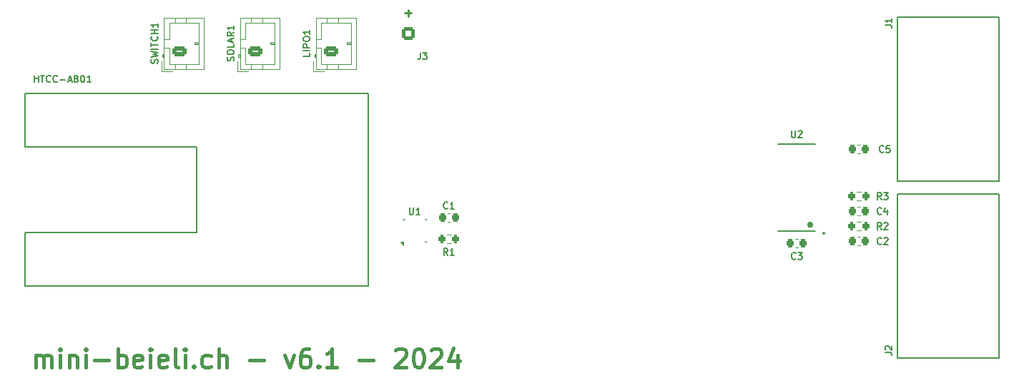
<source format=gbr>
%TF.GenerationSoftware,KiCad,Pcbnew,8.0.4*%
%TF.CreationDate,2024-07-19T16:17:39+02:00*%
%TF.ProjectId,mini-beieli-pcb-cubecell,6d696e69-2d62-4656-9965-6c692d706362,rev?*%
%TF.SameCoordinates,Original*%
%TF.FileFunction,Legend,Top*%
%TF.FilePolarity,Positive*%
%FSLAX46Y46*%
G04 Gerber Fmt 4.6, Leading zero omitted, Abs format (unit mm)*
G04 Created by KiCad (PCBNEW 8.0.4) date 2024-07-19 16:17:39*
%MOMM*%
%LPD*%
G01*
G04 APERTURE LIST*
G04 Aperture macros list*
%AMRoundRect*
0 Rectangle with rounded corners*
0 $1 Rounding radius*
0 $2 $3 $4 $5 $6 $7 $8 $9 X,Y pos of 4 corners*
0 Add a 4 corners polygon primitive as box body*
4,1,4,$2,$3,$4,$5,$6,$7,$8,$9,$2,$3,0*
0 Add four circle primitives for the rounded corners*
1,1,$1+$1,$2,$3*
1,1,$1+$1,$4,$5*
1,1,$1+$1,$6,$7*
1,1,$1+$1,$8,$9*
0 Add four rect primitives between the rounded corners*
20,1,$1+$1,$2,$3,$4,$5,0*
20,1,$1+$1,$4,$5,$6,$7,0*
20,1,$1+$1,$6,$7,$8,$9,0*
20,1,$1+$1,$8,$9,$2,$3,0*%
G04 Aperture macros list end*
%ADD10C,0.400000*%
%ADD11C,0.250000*%
%ADD12C,0.150000*%
%ADD13C,0.120000*%
%ADD14C,0.127000*%
%ADD15C,0.100000*%
%ADD16C,0.200000*%
%ADD17C,0.300000*%
%ADD18RoundRect,0.225000X-0.225000X-0.250000X0.225000X-0.250000X0.225000X0.250000X-0.225000X0.250000X0*%
%ADD19C,2.400000*%
%ADD20C,2.850000*%
%ADD21C,2.000000*%
%ADD22RoundRect,0.200000X-0.200000X-0.275000X0.200000X-0.275000X0.200000X0.275000X-0.200000X0.275000X0*%
%ADD23RoundRect,0.250000X0.625000X-0.350000X0.625000X0.350000X-0.625000X0.350000X-0.625000X-0.350000X0*%
%ADD24O,1.750000X1.200000*%
%ADD25R,0.500000X0.350000*%
%ADD26R,1.800000X1.800000*%
%ADD27C,1.800000*%
%ADD28R,1.800000X0.640000*%
%ADD29RoundRect,0.250000X-0.550000X-0.550000X0.550000X-0.550000X0.550000X0.550000X-0.550000X0.550000X0*%
%ADD30C,1.600000*%
G04 APERTURE END LIST*
D10*
X2961906Y3888039D02*
X2961906Y5354705D01*
X2961906Y5145181D02*
X3066668Y5249943D01*
X3066668Y5249943D02*
X3276192Y5354705D01*
X3276192Y5354705D02*
X3590477Y5354705D01*
X3590477Y5354705D02*
X3800001Y5249943D01*
X3800001Y5249943D02*
X3904763Y5040420D01*
X3904763Y5040420D02*
X3904763Y3888039D01*
X3904763Y5040420D02*
X4009525Y5249943D01*
X4009525Y5249943D02*
X4219049Y5354705D01*
X4219049Y5354705D02*
X4533335Y5354705D01*
X4533335Y5354705D02*
X4742858Y5249943D01*
X4742858Y5249943D02*
X4847620Y5040420D01*
X4847620Y5040420D02*
X4847620Y3888039D01*
X5895239Y3888039D02*
X5895239Y5354705D01*
X5895239Y6088039D02*
X5790477Y5983277D01*
X5790477Y5983277D02*
X5895239Y5878515D01*
X5895239Y5878515D02*
X6000001Y5983277D01*
X6000001Y5983277D02*
X5895239Y6088039D01*
X5895239Y6088039D02*
X5895239Y5878515D01*
X6942858Y5354705D02*
X6942858Y3888039D01*
X6942858Y5145181D02*
X7047620Y5249943D01*
X7047620Y5249943D02*
X7257144Y5354705D01*
X7257144Y5354705D02*
X7571429Y5354705D01*
X7571429Y5354705D02*
X7780953Y5249943D01*
X7780953Y5249943D02*
X7885715Y5040420D01*
X7885715Y5040420D02*
X7885715Y3888039D01*
X8933334Y3888039D02*
X8933334Y5354705D01*
X8933334Y6088039D02*
X8828572Y5983277D01*
X8828572Y5983277D02*
X8933334Y5878515D01*
X8933334Y5878515D02*
X9038096Y5983277D01*
X9038096Y5983277D02*
X8933334Y6088039D01*
X8933334Y6088039D02*
X8933334Y5878515D01*
X9980953Y4726134D02*
X11657144Y4726134D01*
X12704763Y3888039D02*
X12704763Y6088039D01*
X12704763Y5249943D02*
X12914287Y5354705D01*
X12914287Y5354705D02*
X13333334Y5354705D01*
X13333334Y5354705D02*
X13542858Y5249943D01*
X13542858Y5249943D02*
X13647620Y5145181D01*
X13647620Y5145181D02*
X13752382Y4935658D01*
X13752382Y4935658D02*
X13752382Y4307086D01*
X13752382Y4307086D02*
X13647620Y4097562D01*
X13647620Y4097562D02*
X13542858Y3992800D01*
X13542858Y3992800D02*
X13333334Y3888039D01*
X13333334Y3888039D02*
X12914287Y3888039D01*
X12914287Y3888039D02*
X12704763Y3992800D01*
X15533334Y3992800D02*
X15323810Y3888039D01*
X15323810Y3888039D02*
X14904763Y3888039D01*
X14904763Y3888039D02*
X14695239Y3992800D01*
X14695239Y3992800D02*
X14590477Y4202324D01*
X14590477Y4202324D02*
X14590477Y5040420D01*
X14590477Y5040420D02*
X14695239Y5249943D01*
X14695239Y5249943D02*
X14904763Y5354705D01*
X14904763Y5354705D02*
X15323810Y5354705D01*
X15323810Y5354705D02*
X15533334Y5249943D01*
X15533334Y5249943D02*
X15638096Y5040420D01*
X15638096Y5040420D02*
X15638096Y4830896D01*
X15638096Y4830896D02*
X14590477Y4621372D01*
X16580953Y3888039D02*
X16580953Y5354705D01*
X16580953Y6088039D02*
X16476191Y5983277D01*
X16476191Y5983277D02*
X16580953Y5878515D01*
X16580953Y5878515D02*
X16685715Y5983277D01*
X16685715Y5983277D02*
X16580953Y6088039D01*
X16580953Y6088039D02*
X16580953Y5878515D01*
X18466667Y3992800D02*
X18257143Y3888039D01*
X18257143Y3888039D02*
X17838096Y3888039D01*
X17838096Y3888039D02*
X17628572Y3992800D01*
X17628572Y3992800D02*
X17523810Y4202324D01*
X17523810Y4202324D02*
X17523810Y5040420D01*
X17523810Y5040420D02*
X17628572Y5249943D01*
X17628572Y5249943D02*
X17838096Y5354705D01*
X17838096Y5354705D02*
X18257143Y5354705D01*
X18257143Y5354705D02*
X18466667Y5249943D01*
X18466667Y5249943D02*
X18571429Y5040420D01*
X18571429Y5040420D02*
X18571429Y4830896D01*
X18571429Y4830896D02*
X17523810Y4621372D01*
X19828572Y3888039D02*
X19619048Y3992800D01*
X19619048Y3992800D02*
X19514286Y4202324D01*
X19514286Y4202324D02*
X19514286Y6088039D01*
X20666667Y3888039D02*
X20666667Y5354705D01*
X20666667Y6088039D02*
X20561905Y5983277D01*
X20561905Y5983277D02*
X20666667Y5878515D01*
X20666667Y5878515D02*
X20771429Y5983277D01*
X20771429Y5983277D02*
X20666667Y6088039D01*
X20666667Y6088039D02*
X20666667Y5878515D01*
X21714286Y4097562D02*
X21819048Y3992800D01*
X21819048Y3992800D02*
X21714286Y3888039D01*
X21714286Y3888039D02*
X21609524Y3992800D01*
X21609524Y3992800D02*
X21714286Y4097562D01*
X21714286Y4097562D02*
X21714286Y3888039D01*
X23704762Y3992800D02*
X23495238Y3888039D01*
X23495238Y3888039D02*
X23076191Y3888039D01*
X23076191Y3888039D02*
X22866667Y3992800D01*
X22866667Y3992800D02*
X22761905Y4097562D01*
X22761905Y4097562D02*
X22657143Y4307086D01*
X22657143Y4307086D02*
X22657143Y4935658D01*
X22657143Y4935658D02*
X22761905Y5145181D01*
X22761905Y5145181D02*
X22866667Y5249943D01*
X22866667Y5249943D02*
X23076191Y5354705D01*
X23076191Y5354705D02*
X23495238Y5354705D01*
X23495238Y5354705D02*
X23704762Y5249943D01*
X24647619Y3888039D02*
X24647619Y6088039D01*
X25590476Y3888039D02*
X25590476Y5040420D01*
X25590476Y5040420D02*
X25485714Y5249943D01*
X25485714Y5249943D02*
X25276190Y5354705D01*
X25276190Y5354705D02*
X24961905Y5354705D01*
X24961905Y5354705D02*
X24752381Y5249943D01*
X24752381Y5249943D02*
X24647619Y5145181D01*
X28314285Y4726134D02*
X29990476Y4726134D01*
X32504761Y5354705D02*
X33028571Y3888039D01*
X33028571Y3888039D02*
X33552380Y5354705D01*
X35333332Y6088039D02*
X34914285Y6088039D01*
X34914285Y6088039D02*
X34704761Y5983277D01*
X34704761Y5983277D02*
X34599999Y5878515D01*
X34599999Y5878515D02*
X34390475Y5564229D01*
X34390475Y5564229D02*
X34285713Y5145181D01*
X34285713Y5145181D02*
X34285713Y4307086D01*
X34285713Y4307086D02*
X34390475Y4097562D01*
X34390475Y4097562D02*
X34495237Y3992800D01*
X34495237Y3992800D02*
X34704761Y3888039D01*
X34704761Y3888039D02*
X35123808Y3888039D01*
X35123808Y3888039D02*
X35333332Y3992800D01*
X35333332Y3992800D02*
X35438094Y4097562D01*
X35438094Y4097562D02*
X35542856Y4307086D01*
X35542856Y4307086D02*
X35542856Y4830896D01*
X35542856Y4830896D02*
X35438094Y5040420D01*
X35438094Y5040420D02*
X35333332Y5145181D01*
X35333332Y5145181D02*
X35123808Y5249943D01*
X35123808Y5249943D02*
X34704761Y5249943D01*
X34704761Y5249943D02*
X34495237Y5145181D01*
X34495237Y5145181D02*
X34390475Y5040420D01*
X34390475Y5040420D02*
X34285713Y4830896D01*
X36485713Y4097562D02*
X36590475Y3992800D01*
X36590475Y3992800D02*
X36485713Y3888039D01*
X36485713Y3888039D02*
X36380951Y3992800D01*
X36380951Y3992800D02*
X36485713Y4097562D01*
X36485713Y4097562D02*
X36485713Y3888039D01*
X38685713Y3888039D02*
X37428570Y3888039D01*
X38057142Y3888039D02*
X38057142Y6088039D01*
X38057142Y6088039D02*
X37847618Y5773753D01*
X37847618Y5773753D02*
X37638094Y5564229D01*
X37638094Y5564229D02*
X37428570Y5459467D01*
X41304760Y4726134D02*
X42980951Y4726134D01*
X45599998Y5878515D02*
X45704760Y5983277D01*
X45704760Y5983277D02*
X45914284Y6088039D01*
X45914284Y6088039D02*
X46438093Y6088039D01*
X46438093Y6088039D02*
X46647617Y5983277D01*
X46647617Y5983277D02*
X46752379Y5878515D01*
X46752379Y5878515D02*
X46857141Y5668991D01*
X46857141Y5668991D02*
X46857141Y5459467D01*
X46857141Y5459467D02*
X46752379Y5145181D01*
X46752379Y5145181D02*
X45495236Y3888039D01*
X45495236Y3888039D02*
X46857141Y3888039D01*
X48219046Y6088039D02*
X48428569Y6088039D01*
X48428569Y6088039D02*
X48638093Y5983277D01*
X48638093Y5983277D02*
X48742855Y5878515D01*
X48742855Y5878515D02*
X48847617Y5668991D01*
X48847617Y5668991D02*
X48952379Y5249943D01*
X48952379Y5249943D02*
X48952379Y4726134D01*
X48952379Y4726134D02*
X48847617Y4307086D01*
X48847617Y4307086D02*
X48742855Y4097562D01*
X48742855Y4097562D02*
X48638093Y3992800D01*
X48638093Y3992800D02*
X48428569Y3888039D01*
X48428569Y3888039D02*
X48219046Y3888039D01*
X48219046Y3888039D02*
X48009522Y3992800D01*
X48009522Y3992800D02*
X47904760Y4097562D01*
X47904760Y4097562D02*
X47799998Y4307086D01*
X47799998Y4307086D02*
X47695236Y4726134D01*
X47695236Y4726134D02*
X47695236Y5249943D01*
X47695236Y5249943D02*
X47799998Y5668991D01*
X47799998Y5668991D02*
X47904760Y5878515D01*
X47904760Y5878515D02*
X48009522Y5983277D01*
X48009522Y5983277D02*
X48219046Y6088039D01*
X49790474Y5878515D02*
X49895236Y5983277D01*
X49895236Y5983277D02*
X50104760Y6088039D01*
X50104760Y6088039D02*
X50628569Y6088039D01*
X50628569Y6088039D02*
X50838093Y5983277D01*
X50838093Y5983277D02*
X50942855Y5878515D01*
X50942855Y5878515D02*
X51047617Y5668991D01*
X51047617Y5668991D02*
X51047617Y5459467D01*
X51047617Y5459467D02*
X50942855Y5145181D01*
X50942855Y5145181D02*
X49685712Y3888039D01*
X49685712Y3888039D02*
X51047617Y3888039D01*
X52933331Y5354705D02*
X52933331Y3888039D01*
X52409522Y6192800D02*
X51885712Y4621372D01*
X51885712Y4621372D02*
X53247617Y4621372D01*
D11*
X46719048Y45931334D02*
X47480953Y45931334D01*
X47100000Y45550381D02*
X47100000Y46312286D01*
D12*
X103122667Y18568896D02*
X103084571Y18530800D01*
X103084571Y18530800D02*
X102970286Y18492705D01*
X102970286Y18492705D02*
X102894095Y18492705D01*
X102894095Y18492705D02*
X102779809Y18530800D01*
X102779809Y18530800D02*
X102703619Y18606991D01*
X102703619Y18606991D02*
X102665524Y18683181D01*
X102665524Y18683181D02*
X102627428Y18835562D01*
X102627428Y18835562D02*
X102627428Y18949848D01*
X102627428Y18949848D02*
X102665524Y19102229D01*
X102665524Y19102229D02*
X102703619Y19178420D01*
X102703619Y19178420D02*
X102779809Y19254610D01*
X102779809Y19254610D02*
X102894095Y19292705D01*
X102894095Y19292705D02*
X102970286Y19292705D01*
X102970286Y19292705D02*
X103084571Y19254610D01*
X103084571Y19254610D02*
X103122667Y19216515D01*
X103427428Y19216515D02*
X103465524Y19254610D01*
X103465524Y19254610D02*
X103541714Y19292705D01*
X103541714Y19292705D02*
X103732190Y19292705D01*
X103732190Y19292705D02*
X103808381Y19254610D01*
X103808381Y19254610D02*
X103846476Y19216515D01*
X103846476Y19216515D02*
X103884571Y19140324D01*
X103884571Y19140324D02*
X103884571Y19064134D01*
X103884571Y19064134D02*
X103846476Y18949848D01*
X103846476Y18949848D02*
X103389333Y18492705D01*
X103389333Y18492705D02*
X103884571Y18492705D01*
X103580295Y44496334D02*
X104151723Y44496334D01*
X104151723Y44496334D02*
X104266009Y44458239D01*
X104266009Y44458239D02*
X104342200Y44382048D01*
X104342200Y44382048D02*
X104380295Y44267763D01*
X104380295Y44267763D02*
X104380295Y44191572D01*
X104380295Y45296334D02*
X104380295Y44839191D01*
X104380295Y45067763D02*
X103580295Y45067763D01*
X103580295Y45067763D02*
X103694580Y44991572D01*
X103694580Y44991572D02*
X103770771Y44915382D01*
X103770771Y44915382D02*
X103808866Y44839191D01*
X103580295Y5634334D02*
X104151723Y5634334D01*
X104151723Y5634334D02*
X104266009Y5596239D01*
X104266009Y5596239D02*
X104342200Y5520048D01*
X104342200Y5520048D02*
X104380295Y5405763D01*
X104380295Y5405763D02*
X104380295Y5329572D01*
X103656485Y5977191D02*
X103618390Y6015287D01*
X103618390Y6015287D02*
X103580295Y6091477D01*
X103580295Y6091477D02*
X103580295Y6281953D01*
X103580295Y6281953D02*
X103618390Y6358144D01*
X103618390Y6358144D02*
X103656485Y6396239D01*
X103656485Y6396239D02*
X103732676Y6434334D01*
X103732676Y6434334D02*
X103808866Y6434334D01*
X103808866Y6434334D02*
X103923152Y6396239D01*
X103923152Y6396239D02*
X104380295Y5939096D01*
X104380295Y5939096D02*
X104380295Y6434334D01*
X103122667Y20270705D02*
X102856000Y20651658D01*
X102665524Y20270705D02*
X102665524Y21070705D01*
X102665524Y21070705D02*
X102970286Y21070705D01*
X102970286Y21070705D02*
X103046476Y21032610D01*
X103046476Y21032610D02*
X103084571Y20994515D01*
X103084571Y20994515D02*
X103122667Y20918324D01*
X103122667Y20918324D02*
X103122667Y20804039D01*
X103122667Y20804039D02*
X103084571Y20727848D01*
X103084571Y20727848D02*
X103046476Y20689753D01*
X103046476Y20689753D02*
X102970286Y20651658D01*
X102970286Y20651658D02*
X102665524Y20651658D01*
X103427428Y20994515D02*
X103465524Y21032610D01*
X103465524Y21032610D02*
X103541714Y21070705D01*
X103541714Y21070705D02*
X103732190Y21070705D01*
X103732190Y21070705D02*
X103808381Y21032610D01*
X103808381Y21032610D02*
X103846476Y20994515D01*
X103846476Y20994515D02*
X103884571Y20918324D01*
X103884571Y20918324D02*
X103884571Y20842134D01*
X103884571Y20842134D02*
X103846476Y20727848D01*
X103846476Y20727848D02*
X103389333Y20270705D01*
X103389333Y20270705D02*
X103884571Y20270705D01*
X26424200Y40259762D02*
X26462295Y40374048D01*
X26462295Y40374048D02*
X26462295Y40564524D01*
X26462295Y40564524D02*
X26424200Y40640715D01*
X26424200Y40640715D02*
X26386104Y40678810D01*
X26386104Y40678810D02*
X26309914Y40716905D01*
X26309914Y40716905D02*
X26233723Y40716905D01*
X26233723Y40716905D02*
X26157533Y40678810D01*
X26157533Y40678810D02*
X26119438Y40640715D01*
X26119438Y40640715D02*
X26081342Y40564524D01*
X26081342Y40564524D02*
X26043247Y40412143D01*
X26043247Y40412143D02*
X26005152Y40335953D01*
X26005152Y40335953D02*
X25967057Y40297858D01*
X25967057Y40297858D02*
X25890866Y40259762D01*
X25890866Y40259762D02*
X25814676Y40259762D01*
X25814676Y40259762D02*
X25738485Y40297858D01*
X25738485Y40297858D02*
X25700390Y40335953D01*
X25700390Y40335953D02*
X25662295Y40412143D01*
X25662295Y40412143D02*
X25662295Y40602620D01*
X25662295Y40602620D02*
X25700390Y40716905D01*
X25662295Y41212144D02*
X25662295Y41364525D01*
X25662295Y41364525D02*
X25700390Y41440715D01*
X25700390Y41440715D02*
X25776580Y41516906D01*
X25776580Y41516906D02*
X25928961Y41555001D01*
X25928961Y41555001D02*
X26195628Y41555001D01*
X26195628Y41555001D02*
X26348009Y41516906D01*
X26348009Y41516906D02*
X26424200Y41440715D01*
X26424200Y41440715D02*
X26462295Y41364525D01*
X26462295Y41364525D02*
X26462295Y41212144D01*
X26462295Y41212144D02*
X26424200Y41135953D01*
X26424200Y41135953D02*
X26348009Y41059763D01*
X26348009Y41059763D02*
X26195628Y41021667D01*
X26195628Y41021667D02*
X25928961Y41021667D01*
X25928961Y41021667D02*
X25776580Y41059763D01*
X25776580Y41059763D02*
X25700390Y41135953D01*
X25700390Y41135953D02*
X25662295Y41212144D01*
X26462295Y42278810D02*
X26462295Y41897858D01*
X26462295Y41897858D02*
X25662295Y41897858D01*
X26233723Y42507381D02*
X26233723Y42888334D01*
X26462295Y42431191D02*
X25662295Y42697858D01*
X25662295Y42697858D02*
X26462295Y42964524D01*
X26462295Y43688334D02*
X26081342Y43421667D01*
X26462295Y43231191D02*
X25662295Y43231191D01*
X25662295Y43231191D02*
X25662295Y43535953D01*
X25662295Y43535953D02*
X25700390Y43612143D01*
X25700390Y43612143D02*
X25738485Y43650238D01*
X25738485Y43650238D02*
X25814676Y43688334D01*
X25814676Y43688334D02*
X25928961Y43688334D01*
X25928961Y43688334D02*
X26005152Y43650238D01*
X26005152Y43650238D02*
X26043247Y43612143D01*
X26043247Y43612143D02*
X26081342Y43535953D01*
X26081342Y43535953D02*
X26081342Y43231191D01*
X26462295Y44450238D02*
X26462295Y43993095D01*
X26462295Y44221667D02*
X25662295Y44221667D01*
X25662295Y44221667D02*
X25776580Y44145476D01*
X25776580Y44145476D02*
X25852771Y44069286D01*
X25852771Y44069286D02*
X25890866Y43993095D01*
X103376667Y29490896D02*
X103338571Y29452800D01*
X103338571Y29452800D02*
X103224286Y29414705D01*
X103224286Y29414705D02*
X103148095Y29414705D01*
X103148095Y29414705D02*
X103033809Y29452800D01*
X103033809Y29452800D02*
X102957619Y29528991D01*
X102957619Y29528991D02*
X102919524Y29605181D01*
X102919524Y29605181D02*
X102881428Y29757562D01*
X102881428Y29757562D02*
X102881428Y29871848D01*
X102881428Y29871848D02*
X102919524Y30024229D01*
X102919524Y30024229D02*
X102957619Y30100420D01*
X102957619Y30100420D02*
X103033809Y30176610D01*
X103033809Y30176610D02*
X103148095Y30214705D01*
X103148095Y30214705D02*
X103224286Y30214705D01*
X103224286Y30214705D02*
X103338571Y30176610D01*
X103338571Y30176610D02*
X103376667Y30138515D01*
X104100476Y30214705D02*
X103719524Y30214705D01*
X103719524Y30214705D02*
X103681428Y29833753D01*
X103681428Y29833753D02*
X103719524Y29871848D01*
X103719524Y29871848D02*
X103795714Y29909943D01*
X103795714Y29909943D02*
X103986190Y29909943D01*
X103986190Y29909943D02*
X104062381Y29871848D01*
X104062381Y29871848D02*
X104100476Y29833753D01*
X104100476Y29833753D02*
X104138571Y29757562D01*
X104138571Y29757562D02*
X104138571Y29567086D01*
X104138571Y29567086D02*
X104100476Y29490896D01*
X104100476Y29490896D02*
X104062381Y29452800D01*
X104062381Y29452800D02*
X103986190Y29414705D01*
X103986190Y29414705D02*
X103795714Y29414705D01*
X103795714Y29414705D02*
X103719524Y29452800D01*
X103719524Y29452800D02*
X103681428Y29490896D01*
X103122667Y22124896D02*
X103084571Y22086800D01*
X103084571Y22086800D02*
X102970286Y22048705D01*
X102970286Y22048705D02*
X102894095Y22048705D01*
X102894095Y22048705D02*
X102779809Y22086800D01*
X102779809Y22086800D02*
X102703619Y22162991D01*
X102703619Y22162991D02*
X102665524Y22239181D01*
X102665524Y22239181D02*
X102627428Y22391562D01*
X102627428Y22391562D02*
X102627428Y22505848D01*
X102627428Y22505848D02*
X102665524Y22658229D01*
X102665524Y22658229D02*
X102703619Y22734420D01*
X102703619Y22734420D02*
X102779809Y22810610D01*
X102779809Y22810610D02*
X102894095Y22848705D01*
X102894095Y22848705D02*
X102970286Y22848705D01*
X102970286Y22848705D02*
X103084571Y22810610D01*
X103084571Y22810610D02*
X103122667Y22772515D01*
X103808381Y22582039D02*
X103808381Y22048705D01*
X103617905Y22886800D02*
X103427428Y22315372D01*
X103427428Y22315372D02*
X103922667Y22315372D01*
X103122667Y23826705D02*
X102856000Y24207658D01*
X102665524Y23826705D02*
X102665524Y24626705D01*
X102665524Y24626705D02*
X102970286Y24626705D01*
X102970286Y24626705D02*
X103046476Y24588610D01*
X103046476Y24588610D02*
X103084571Y24550515D01*
X103084571Y24550515D02*
X103122667Y24474324D01*
X103122667Y24474324D02*
X103122667Y24360039D01*
X103122667Y24360039D02*
X103084571Y24283848D01*
X103084571Y24283848D02*
X103046476Y24245753D01*
X103046476Y24245753D02*
X102970286Y24207658D01*
X102970286Y24207658D02*
X102665524Y24207658D01*
X103389333Y24626705D02*
X103884571Y24626705D01*
X103884571Y24626705D02*
X103617905Y24321943D01*
X103617905Y24321943D02*
X103732190Y24321943D01*
X103732190Y24321943D02*
X103808381Y24283848D01*
X103808381Y24283848D02*
X103846476Y24245753D01*
X103846476Y24245753D02*
X103884571Y24169562D01*
X103884571Y24169562D02*
X103884571Y23979086D01*
X103884571Y23979086D02*
X103846476Y23902896D01*
X103846476Y23902896D02*
X103808381Y23864800D01*
X103808381Y23864800D02*
X103732190Y23826705D01*
X103732190Y23826705D02*
X103503619Y23826705D01*
X103503619Y23826705D02*
X103427428Y23864800D01*
X103427428Y23864800D02*
X103389333Y23902896D01*
X92962667Y16790896D02*
X92924571Y16752800D01*
X92924571Y16752800D02*
X92810286Y16714705D01*
X92810286Y16714705D02*
X92734095Y16714705D01*
X92734095Y16714705D02*
X92619809Y16752800D01*
X92619809Y16752800D02*
X92543619Y16828991D01*
X92543619Y16828991D02*
X92505524Y16905181D01*
X92505524Y16905181D02*
X92467428Y17057562D01*
X92467428Y17057562D02*
X92467428Y17171848D01*
X92467428Y17171848D02*
X92505524Y17324229D01*
X92505524Y17324229D02*
X92543619Y17400420D01*
X92543619Y17400420D02*
X92619809Y17476610D01*
X92619809Y17476610D02*
X92734095Y17514705D01*
X92734095Y17514705D02*
X92810286Y17514705D01*
X92810286Y17514705D02*
X92924571Y17476610D01*
X92924571Y17476610D02*
X92962667Y17438515D01*
X93229333Y17514705D02*
X93724571Y17514705D01*
X93724571Y17514705D02*
X93457905Y17209943D01*
X93457905Y17209943D02*
X93572190Y17209943D01*
X93572190Y17209943D02*
X93648381Y17171848D01*
X93648381Y17171848D02*
X93686476Y17133753D01*
X93686476Y17133753D02*
X93724571Y17057562D01*
X93724571Y17057562D02*
X93724571Y16867086D01*
X93724571Y16867086D02*
X93686476Y16790896D01*
X93686476Y16790896D02*
X93648381Y16752800D01*
X93648381Y16752800D02*
X93572190Y16714705D01*
X93572190Y16714705D02*
X93343619Y16714705D01*
X93343619Y16714705D02*
X93267428Y16752800D01*
X93267428Y16752800D02*
X93229333Y16790896D01*
X51782667Y22776896D02*
X51744571Y22738800D01*
X51744571Y22738800D02*
X51630286Y22700705D01*
X51630286Y22700705D02*
X51554095Y22700705D01*
X51554095Y22700705D02*
X51439809Y22738800D01*
X51439809Y22738800D02*
X51363619Y22814991D01*
X51363619Y22814991D02*
X51325524Y22891181D01*
X51325524Y22891181D02*
X51287428Y23043562D01*
X51287428Y23043562D02*
X51287428Y23157848D01*
X51287428Y23157848D02*
X51325524Y23310229D01*
X51325524Y23310229D02*
X51363619Y23386420D01*
X51363619Y23386420D02*
X51439809Y23462610D01*
X51439809Y23462610D02*
X51554095Y23500705D01*
X51554095Y23500705D02*
X51630286Y23500705D01*
X51630286Y23500705D02*
X51744571Y23462610D01*
X51744571Y23462610D02*
X51782667Y23424515D01*
X52544571Y22700705D02*
X52087428Y22700705D01*
X52316000Y22700705D02*
X52316000Y23500705D01*
X52316000Y23500705D02*
X52239809Y23386420D01*
X52239809Y23386420D02*
X52163619Y23310229D01*
X52163619Y23310229D02*
X52087428Y23272134D01*
X51782667Y17206705D02*
X51516000Y17587658D01*
X51325524Y17206705D02*
X51325524Y18006705D01*
X51325524Y18006705D02*
X51630286Y18006705D01*
X51630286Y18006705D02*
X51706476Y17968610D01*
X51706476Y17968610D02*
X51744571Y17930515D01*
X51744571Y17930515D02*
X51782667Y17854324D01*
X51782667Y17854324D02*
X51782667Y17740039D01*
X51782667Y17740039D02*
X51744571Y17663848D01*
X51744571Y17663848D02*
X51706476Y17625753D01*
X51706476Y17625753D02*
X51630286Y17587658D01*
X51630286Y17587658D02*
X51325524Y17587658D01*
X52544571Y17206705D02*
X52087428Y17206705D01*
X52316000Y17206705D02*
X52316000Y18006705D01*
X52316000Y18006705D02*
X52239809Y17892420D01*
X52239809Y17892420D02*
X52163619Y17816229D01*
X52163619Y17816229D02*
X52087428Y17778134D01*
X47242476Y22832705D02*
X47242476Y22185086D01*
X47242476Y22185086D02*
X47280571Y22108896D01*
X47280571Y22108896D02*
X47318666Y22070800D01*
X47318666Y22070800D02*
X47394857Y22032705D01*
X47394857Y22032705D02*
X47547238Y22032705D01*
X47547238Y22032705D02*
X47623428Y22070800D01*
X47623428Y22070800D02*
X47661523Y22108896D01*
X47661523Y22108896D02*
X47699619Y22185086D01*
X47699619Y22185086D02*
X47699619Y22832705D01*
X48499618Y22032705D02*
X48042475Y22032705D01*
X48271047Y22032705D02*
X48271047Y22832705D01*
X48271047Y22832705D02*
X48194856Y22718420D01*
X48194856Y22718420D02*
X48118666Y22642229D01*
X48118666Y22642229D02*
X48042475Y22604134D01*
X2846667Y37737705D02*
X2846667Y38537705D01*
X2846667Y38156753D02*
X3303810Y38156753D01*
X3303810Y37737705D02*
X3303810Y38537705D01*
X3570476Y38537705D02*
X4027619Y38537705D01*
X3799047Y37737705D02*
X3799047Y38537705D01*
X4751429Y37813896D02*
X4713333Y37775800D01*
X4713333Y37775800D02*
X4599048Y37737705D01*
X4599048Y37737705D02*
X4522857Y37737705D01*
X4522857Y37737705D02*
X4408571Y37775800D01*
X4408571Y37775800D02*
X4332381Y37851991D01*
X4332381Y37851991D02*
X4294286Y37928181D01*
X4294286Y37928181D02*
X4256190Y38080562D01*
X4256190Y38080562D02*
X4256190Y38194848D01*
X4256190Y38194848D02*
X4294286Y38347229D01*
X4294286Y38347229D02*
X4332381Y38423420D01*
X4332381Y38423420D02*
X4408571Y38499610D01*
X4408571Y38499610D02*
X4522857Y38537705D01*
X4522857Y38537705D02*
X4599048Y38537705D01*
X4599048Y38537705D02*
X4713333Y38499610D01*
X4713333Y38499610D02*
X4751429Y38461515D01*
X5551429Y37813896D02*
X5513333Y37775800D01*
X5513333Y37775800D02*
X5399048Y37737705D01*
X5399048Y37737705D02*
X5322857Y37737705D01*
X5322857Y37737705D02*
X5208571Y37775800D01*
X5208571Y37775800D02*
X5132381Y37851991D01*
X5132381Y37851991D02*
X5094286Y37928181D01*
X5094286Y37928181D02*
X5056190Y38080562D01*
X5056190Y38080562D02*
X5056190Y38194848D01*
X5056190Y38194848D02*
X5094286Y38347229D01*
X5094286Y38347229D02*
X5132381Y38423420D01*
X5132381Y38423420D02*
X5208571Y38499610D01*
X5208571Y38499610D02*
X5322857Y38537705D01*
X5322857Y38537705D02*
X5399048Y38537705D01*
X5399048Y38537705D02*
X5513333Y38499610D01*
X5513333Y38499610D02*
X5551429Y38461515D01*
X5894286Y38042467D02*
X6503810Y38042467D01*
X6846666Y37966277D02*
X7227619Y37966277D01*
X6770476Y37737705D02*
X7037143Y38537705D01*
X7037143Y38537705D02*
X7303809Y37737705D01*
X7837142Y38156753D02*
X7951428Y38118658D01*
X7951428Y38118658D02*
X7989523Y38080562D01*
X7989523Y38080562D02*
X8027619Y38004372D01*
X8027619Y38004372D02*
X8027619Y37890086D01*
X8027619Y37890086D02*
X7989523Y37813896D01*
X7989523Y37813896D02*
X7951428Y37775800D01*
X7951428Y37775800D02*
X7875238Y37737705D01*
X7875238Y37737705D02*
X7570476Y37737705D01*
X7570476Y37737705D02*
X7570476Y38537705D01*
X7570476Y38537705D02*
X7837142Y38537705D01*
X7837142Y38537705D02*
X7913333Y38499610D01*
X7913333Y38499610D02*
X7951428Y38461515D01*
X7951428Y38461515D02*
X7989523Y38385324D01*
X7989523Y38385324D02*
X7989523Y38309134D01*
X7989523Y38309134D02*
X7951428Y38232943D01*
X7951428Y38232943D02*
X7913333Y38194848D01*
X7913333Y38194848D02*
X7837142Y38156753D01*
X7837142Y38156753D02*
X7570476Y38156753D01*
X8522857Y38537705D02*
X8599047Y38537705D01*
X8599047Y38537705D02*
X8675238Y38499610D01*
X8675238Y38499610D02*
X8713333Y38461515D01*
X8713333Y38461515D02*
X8751428Y38385324D01*
X8751428Y38385324D02*
X8789523Y38232943D01*
X8789523Y38232943D02*
X8789523Y38042467D01*
X8789523Y38042467D02*
X8751428Y37890086D01*
X8751428Y37890086D02*
X8713333Y37813896D01*
X8713333Y37813896D02*
X8675238Y37775800D01*
X8675238Y37775800D02*
X8599047Y37737705D01*
X8599047Y37737705D02*
X8522857Y37737705D01*
X8522857Y37737705D02*
X8446666Y37775800D01*
X8446666Y37775800D02*
X8408571Y37813896D01*
X8408571Y37813896D02*
X8370476Y37890086D01*
X8370476Y37890086D02*
X8332380Y38042467D01*
X8332380Y38042467D02*
X8332380Y38232943D01*
X8332380Y38232943D02*
X8370476Y38385324D01*
X8370476Y38385324D02*
X8408571Y38461515D01*
X8408571Y38461515D02*
X8446666Y38499610D01*
X8446666Y38499610D02*
X8522857Y38537705D01*
X9551428Y37737705D02*
X9094285Y37737705D01*
X9322857Y37737705D02*
X9322857Y38537705D01*
X9322857Y38537705D02*
X9246666Y38423420D01*
X9246666Y38423420D02*
X9170476Y38347229D01*
X9170476Y38347229D02*
X9094285Y38309134D01*
X92486476Y31992705D02*
X92486476Y31345086D01*
X92486476Y31345086D02*
X92524571Y31268896D01*
X92524571Y31268896D02*
X92562666Y31230800D01*
X92562666Y31230800D02*
X92638857Y31192705D01*
X92638857Y31192705D02*
X92791238Y31192705D01*
X92791238Y31192705D02*
X92867428Y31230800D01*
X92867428Y31230800D02*
X92905523Y31268896D01*
X92905523Y31268896D02*
X92943619Y31345086D01*
X92943619Y31345086D02*
X92943619Y31992705D01*
X93286475Y31916515D02*
X93324571Y31954610D01*
X93324571Y31954610D02*
X93400761Y31992705D01*
X93400761Y31992705D02*
X93591237Y31992705D01*
X93591237Y31992705D02*
X93667428Y31954610D01*
X93667428Y31954610D02*
X93705523Y31916515D01*
X93705523Y31916515D02*
X93743618Y31840324D01*
X93743618Y31840324D02*
X93743618Y31764134D01*
X93743618Y31764134D02*
X93705523Y31649848D01*
X93705523Y31649848D02*
X93248380Y31192705D01*
X93248380Y31192705D02*
X93743618Y31192705D01*
X48533333Y41237705D02*
X48533333Y40666277D01*
X48533333Y40666277D02*
X48495238Y40551991D01*
X48495238Y40551991D02*
X48419047Y40475800D01*
X48419047Y40475800D02*
X48304762Y40437705D01*
X48304762Y40437705D02*
X48228571Y40437705D01*
X48838095Y41237705D02*
X49333333Y41237705D01*
X49333333Y41237705D02*
X49066667Y40932943D01*
X49066667Y40932943D02*
X49180952Y40932943D01*
X49180952Y40932943D02*
X49257143Y40894848D01*
X49257143Y40894848D02*
X49295238Y40856753D01*
X49295238Y40856753D02*
X49333333Y40780562D01*
X49333333Y40780562D02*
X49333333Y40590086D01*
X49333333Y40590086D02*
X49295238Y40513896D01*
X49295238Y40513896D02*
X49257143Y40475800D01*
X49257143Y40475800D02*
X49180952Y40437705D01*
X49180952Y40437705D02*
X48952381Y40437705D01*
X48952381Y40437705D02*
X48876190Y40475800D01*
X48876190Y40475800D02*
X48838095Y40513896D01*
X35462295Y41212144D02*
X35462295Y40831192D01*
X35462295Y40831192D02*
X34662295Y40831192D01*
X35462295Y41478811D02*
X34662295Y41478811D01*
X35462295Y41859763D02*
X34662295Y41859763D01*
X34662295Y41859763D02*
X34662295Y42164525D01*
X34662295Y42164525D02*
X34700390Y42240715D01*
X34700390Y42240715D02*
X34738485Y42278810D01*
X34738485Y42278810D02*
X34814676Y42316906D01*
X34814676Y42316906D02*
X34928961Y42316906D01*
X34928961Y42316906D02*
X35005152Y42278810D01*
X35005152Y42278810D02*
X35043247Y42240715D01*
X35043247Y42240715D02*
X35081342Y42164525D01*
X35081342Y42164525D02*
X35081342Y41859763D01*
X34662295Y42812144D02*
X34662295Y42964525D01*
X34662295Y42964525D02*
X34700390Y43040715D01*
X34700390Y43040715D02*
X34776580Y43116906D01*
X34776580Y43116906D02*
X34928961Y43155001D01*
X34928961Y43155001D02*
X35195628Y43155001D01*
X35195628Y43155001D02*
X35348009Y43116906D01*
X35348009Y43116906D02*
X35424200Y43040715D01*
X35424200Y43040715D02*
X35462295Y42964525D01*
X35462295Y42964525D02*
X35462295Y42812144D01*
X35462295Y42812144D02*
X35424200Y42735953D01*
X35424200Y42735953D02*
X35348009Y42659763D01*
X35348009Y42659763D02*
X35195628Y42621667D01*
X35195628Y42621667D02*
X34928961Y42621667D01*
X34928961Y42621667D02*
X34776580Y42659763D01*
X34776580Y42659763D02*
X34700390Y42735953D01*
X34700390Y42735953D02*
X34662295Y42812144D01*
X35462295Y43916905D02*
X35462295Y43459762D01*
X35462295Y43688334D02*
X34662295Y43688334D01*
X34662295Y43688334D02*
X34776580Y43612143D01*
X34776580Y43612143D02*
X34852771Y43535953D01*
X34852771Y43535953D02*
X34890866Y43459762D01*
X17424200Y39974048D02*
X17462295Y40088334D01*
X17462295Y40088334D02*
X17462295Y40278810D01*
X17462295Y40278810D02*
X17424200Y40355001D01*
X17424200Y40355001D02*
X17386104Y40393096D01*
X17386104Y40393096D02*
X17309914Y40431191D01*
X17309914Y40431191D02*
X17233723Y40431191D01*
X17233723Y40431191D02*
X17157533Y40393096D01*
X17157533Y40393096D02*
X17119438Y40355001D01*
X17119438Y40355001D02*
X17081342Y40278810D01*
X17081342Y40278810D02*
X17043247Y40126429D01*
X17043247Y40126429D02*
X17005152Y40050239D01*
X17005152Y40050239D02*
X16967057Y40012144D01*
X16967057Y40012144D02*
X16890866Y39974048D01*
X16890866Y39974048D02*
X16814676Y39974048D01*
X16814676Y39974048D02*
X16738485Y40012144D01*
X16738485Y40012144D02*
X16700390Y40050239D01*
X16700390Y40050239D02*
X16662295Y40126429D01*
X16662295Y40126429D02*
X16662295Y40316906D01*
X16662295Y40316906D02*
X16700390Y40431191D01*
X16662295Y40697858D02*
X17462295Y40888334D01*
X17462295Y40888334D02*
X16890866Y41040715D01*
X16890866Y41040715D02*
X17462295Y41193096D01*
X17462295Y41193096D02*
X16662295Y41383572D01*
X17462295Y41688335D02*
X16662295Y41688335D01*
X16662295Y41955001D02*
X16662295Y42412144D01*
X17462295Y42183572D02*
X16662295Y42183572D01*
X17386104Y43135954D02*
X17424200Y43097858D01*
X17424200Y43097858D02*
X17462295Y42983573D01*
X17462295Y42983573D02*
X17462295Y42907382D01*
X17462295Y42907382D02*
X17424200Y42793096D01*
X17424200Y42793096D02*
X17348009Y42716906D01*
X17348009Y42716906D02*
X17271819Y42678811D01*
X17271819Y42678811D02*
X17119438Y42640715D01*
X17119438Y42640715D02*
X17005152Y42640715D01*
X17005152Y42640715D02*
X16852771Y42678811D01*
X16852771Y42678811D02*
X16776580Y42716906D01*
X16776580Y42716906D02*
X16700390Y42793096D01*
X16700390Y42793096D02*
X16662295Y42907382D01*
X16662295Y42907382D02*
X16662295Y42983573D01*
X16662295Y42983573D02*
X16700390Y43097858D01*
X16700390Y43097858D02*
X16738485Y43135954D01*
X17462295Y43478811D02*
X16662295Y43478811D01*
X17043247Y43478811D02*
X17043247Y43935954D01*
X17462295Y43935954D02*
X16662295Y43935954D01*
X17462295Y44735953D02*
X17462295Y44278810D01*
X17462295Y44507382D02*
X16662295Y44507382D01*
X16662295Y44507382D02*
X16776580Y44431191D01*
X16776580Y44431191D02*
X16852771Y44355001D01*
X16852771Y44355001D02*
X16890866Y44278810D01*
D13*
%TO.C,C2*%
X100321420Y19365000D02*
X100602580Y19365000D01*
X100321420Y18345000D02*
X100602580Y18345000D01*
D14*
%TO.C,J1*%
X104995000Y45445000D02*
X117045000Y45445000D01*
X104995000Y25945000D02*
X104995000Y45445000D01*
X117045000Y45445000D02*
X117045000Y25945000D01*
X117045000Y25945000D02*
X104995000Y25945000D01*
%TO.C,J2*%
X104995000Y24490000D02*
X117045000Y24490000D01*
X104995000Y4990000D02*
X104995000Y24490000D01*
X117045000Y24490000D02*
X117045000Y4990000D01*
X117045000Y4990000D02*
X104995000Y4990000D01*
D13*
%TO.C,R2*%
X100224742Y21155500D02*
X100699258Y21155500D01*
X100224742Y20110500D02*
X100699258Y20110500D01*
%TO.C,SOLAR1*%
X26890000Y40245000D02*
X26890000Y38995000D01*
X26890000Y38995000D02*
X28140000Y38995000D01*
X26990000Y41055000D02*
X26990000Y40755000D01*
X26990000Y40755000D02*
X27190000Y40755000D01*
X27090000Y41055000D02*
X27090000Y40755000D01*
X27190000Y45415000D02*
X27190000Y39295000D01*
X27190000Y41855000D02*
X27800000Y41855000D01*
X27190000Y41055000D02*
X26990000Y41055000D01*
X27190000Y39295000D02*
X31910000Y39295000D01*
X27800000Y44805000D02*
X27800000Y42855000D01*
X27800000Y42855000D02*
X27190000Y42855000D01*
X27800000Y41855000D02*
X27800000Y39905000D01*
X27800000Y39905000D02*
X31300000Y39905000D01*
X28500000Y45415000D02*
X28500000Y44805000D01*
X28500000Y39295000D02*
X28500000Y39905000D01*
X29800000Y45415000D02*
X29800000Y44805000D01*
X29800000Y39295000D02*
X29800000Y39905000D01*
X30800000Y42455000D02*
X31300000Y42455000D01*
X30800000Y42255000D02*
X30800000Y42455000D01*
X31300000Y44805000D02*
X27800000Y44805000D01*
X31300000Y42355000D02*
X30800000Y42355000D01*
X31300000Y42255000D02*
X30800000Y42255000D01*
X31300000Y39905000D02*
X31300000Y44805000D01*
X31910000Y45415000D02*
X27190000Y45415000D01*
X31910000Y39295000D02*
X31910000Y45415000D01*
%TO.C,C5*%
X100321420Y30287000D02*
X100602580Y30287000D01*
X100321420Y29267000D02*
X100602580Y29267000D01*
%TO.C,C4*%
X100321420Y22921000D02*
X100602580Y22921000D01*
X100321420Y21901000D02*
X100602580Y21901000D01*
%TO.C,R3*%
X100224742Y24711500D02*
X100699258Y24711500D01*
X100224742Y23666500D02*
X100699258Y23666500D01*
%TO.C,C3*%
X92955420Y19111000D02*
X93236580Y19111000D01*
X92955420Y18091000D02*
X93236580Y18091000D01*
%TO.C,C1*%
X51775420Y22143000D02*
X52056580Y22143000D01*
X51775420Y21123000D02*
X52056580Y21123000D01*
%TO.C,R1*%
X51678742Y19645500D02*
X52153258Y19645500D01*
X51678742Y18600500D02*
X52153258Y18600500D01*
D15*
%TO.C,U1*%
X46502000Y21459000D02*
X46652000Y21459000D01*
X46502000Y21309000D02*
X46502000Y21459000D01*
X49202000Y21459000D02*
X49052000Y21459000D01*
X49202000Y21459000D02*
X49202000Y21309000D01*
X49202000Y18759000D02*
X49052000Y18759000D01*
X49212000Y18759000D02*
X49212000Y18909000D01*
D13*
X46502000Y18399000D02*
X46142000Y18759000D01*
X46502000Y18759000D01*
X46502000Y18399000D01*
G36*
X46502000Y18399000D02*
G01*
X46142000Y18759000D01*
X46502000Y18759000D01*
X46502000Y18399000D01*
G37*
D14*
%TO.C,HTCC-AB01*%
X1718000Y36430000D02*
X1718000Y30080000D01*
X1718000Y30080000D02*
X22038000Y30080000D01*
X1718000Y19920000D02*
X1718000Y13570000D01*
X1718000Y13570000D02*
X42358000Y13570000D01*
X22038000Y30080000D02*
X22038000Y19920000D01*
X22038000Y19920000D02*
X1718000Y19920000D01*
X42358000Y36430000D02*
X1718000Y36430000D01*
X42358000Y13570000D02*
X42358000Y36430000D01*
D16*
%TO.C,U2*%
X90896000Y30355000D02*
X95296000Y30355000D01*
X95296000Y20055000D02*
X90896000Y20055000D01*
D17*
X94896000Y20805000D02*
G75*
G02*
X94496000Y20805000I-200000J0D01*
G01*
X94496000Y20805000D02*
G75*
G02*
X94896000Y20805000I200000J0D01*
G01*
D16*
X96396000Y19805000D02*
G75*
G02*
X96196000Y19805000I-100000J0D01*
G01*
X96196000Y19805000D02*
G75*
G02*
X96396000Y19805000I100000J0D01*
G01*
D13*
%TO.C,LIPO1*%
X35890000Y40245000D02*
X35890000Y38995000D01*
X35890000Y38995000D02*
X37140000Y38995000D01*
X35990000Y41055000D02*
X35990000Y40755000D01*
X35990000Y40755000D02*
X36190000Y40755000D01*
X36090000Y41055000D02*
X36090000Y40755000D01*
X36190000Y45415000D02*
X36190000Y39295000D01*
X36190000Y41855000D02*
X36800000Y41855000D01*
X36190000Y41055000D02*
X35990000Y41055000D01*
X36190000Y39295000D02*
X40910000Y39295000D01*
X36800000Y44805000D02*
X36800000Y42855000D01*
X36800000Y42855000D02*
X36190000Y42855000D01*
X36800000Y41855000D02*
X36800000Y39905000D01*
X36800000Y39905000D02*
X40300000Y39905000D01*
X37500000Y45415000D02*
X37500000Y44805000D01*
X37500000Y39295000D02*
X37500000Y39905000D01*
X38800000Y45415000D02*
X38800000Y44805000D01*
X38800000Y39295000D02*
X38800000Y39905000D01*
X39800000Y42455000D02*
X40300000Y42455000D01*
X39800000Y42255000D02*
X39800000Y42455000D01*
X40300000Y44805000D02*
X36800000Y44805000D01*
X40300000Y42355000D02*
X39800000Y42355000D01*
X40300000Y42255000D02*
X39800000Y42255000D01*
X40300000Y39905000D02*
X40300000Y44805000D01*
X40910000Y45415000D02*
X36190000Y45415000D01*
X40910000Y39295000D02*
X40910000Y45415000D01*
%TO.C,SWITCH1*%
X17890000Y40245000D02*
X17890000Y38995000D01*
X17890000Y38995000D02*
X19140000Y38995000D01*
X17990000Y41055000D02*
X17990000Y40755000D01*
X17990000Y40755000D02*
X18190000Y40755000D01*
X18090000Y41055000D02*
X18090000Y40755000D01*
X18190000Y45415000D02*
X18190000Y39295000D01*
X18190000Y41855000D02*
X18800000Y41855000D01*
X18190000Y41055000D02*
X17990000Y41055000D01*
X18190000Y39295000D02*
X22910000Y39295000D01*
X18800000Y44805000D02*
X18800000Y42855000D01*
X18800000Y42855000D02*
X18190000Y42855000D01*
X18800000Y41855000D02*
X18800000Y39905000D01*
X18800000Y39905000D02*
X22300000Y39905000D01*
X19500000Y45415000D02*
X19500000Y44805000D01*
X19500000Y39295000D02*
X19500000Y39905000D01*
X20800000Y45415000D02*
X20800000Y44805000D01*
X20800000Y39295000D02*
X20800000Y39905000D01*
X21800000Y42455000D02*
X22300000Y42455000D01*
X21800000Y42255000D02*
X21800000Y42455000D01*
X22300000Y44805000D02*
X18800000Y44805000D01*
X22300000Y42355000D02*
X21800000Y42355000D01*
X22300000Y42255000D02*
X21800000Y42255000D01*
X22300000Y39905000D02*
X22300000Y44805000D01*
X22910000Y45415000D02*
X18190000Y45415000D01*
X22910000Y39295000D02*
X22910000Y45415000D01*
%TD*%
%LPC*%
D18*
%TO.C,C2*%
X99687000Y18855000D03*
X101237000Y18855000D03*
%TD*%
D19*
%TO.C,J1*%
X110495000Y28295000D03*
D20*
X114495000Y28295000D03*
D19*
X110495000Y43295000D03*
D20*
X114495000Y43295000D03*
D21*
X108725000Y34025000D03*
X108725000Y37565000D03*
X112265000Y34025000D03*
X112265000Y37565000D03*
X110495000Y35795000D03*
%TD*%
D19*
%TO.C,J2*%
X110495000Y7340000D03*
D20*
X114495000Y7340000D03*
D19*
X110495000Y22340000D03*
D20*
X114495000Y22340000D03*
D21*
X108725000Y13070000D03*
X108725000Y16610000D03*
X112265000Y13070000D03*
X112265000Y16610000D03*
X110495000Y14840000D03*
%TD*%
D22*
%TO.C,R2*%
X99637000Y20633000D03*
X101287000Y20633000D03*
%TD*%
D23*
%TO.C,SOLAR1*%
X29000000Y41355000D03*
D24*
X29000000Y43355000D03*
%TD*%
D18*
%TO.C,C5*%
X99687000Y29777000D03*
X101237000Y29777000D03*
%TD*%
%TO.C,C4*%
X99687000Y22411000D03*
X101237000Y22411000D03*
%TD*%
D22*
%TO.C,R3*%
X99637000Y24189000D03*
X101287000Y24189000D03*
%TD*%
D18*
%TO.C,C3*%
X92321000Y18601000D03*
X93871000Y18601000D03*
%TD*%
%TO.C,C1*%
X51141000Y21633000D03*
X52691000Y21633000D03*
%TD*%
D22*
%TO.C,R1*%
X51091000Y19123000D03*
X52741000Y19123000D03*
%TD*%
D25*
%TO.C,U1*%
X46827000Y19134000D03*
X46827000Y19784000D03*
X46827000Y20434000D03*
X46827000Y21084000D03*
X48877000Y21084000D03*
X48877000Y20434000D03*
X48877000Y19784000D03*
X48877000Y19134000D03*
%TD*%
D26*
%TO.C,HTCC-AB01*%
X11878000Y14860000D03*
D27*
X14418000Y14860000D03*
X16958000Y14860000D03*
X19498000Y14860000D03*
X22038000Y14840000D03*
X24578000Y14840000D03*
X27118000Y14840000D03*
X29658000Y14840000D03*
X32198000Y14840000D03*
X34738000Y14840000D03*
X37278000Y14840000D03*
X37278000Y35140000D03*
X34738000Y35140000D03*
X32198000Y35140000D03*
X29658000Y35140000D03*
X27118000Y35140000D03*
X24578000Y35140000D03*
X22038000Y35140000D03*
X19498000Y35140000D03*
X16958000Y35140000D03*
X14418000Y35140000D03*
X11878000Y35140000D03*
%TD*%
D28*
%TO.C,U2*%
X96201000Y20760000D03*
X96201000Y22030000D03*
X96201000Y23300000D03*
X96201000Y24570000D03*
X96201000Y25840000D03*
X96201000Y27110000D03*
X96201000Y28380000D03*
X96201000Y29650000D03*
X89991000Y29650000D03*
X89991000Y28380000D03*
X89991000Y27110000D03*
X89991000Y25840000D03*
X89991000Y24570000D03*
X89991000Y23300000D03*
X89991000Y22030000D03*
X89991000Y20760000D03*
%TD*%
D29*
%TO.C,J3*%
X47100000Y43500000D03*
D30*
X50700000Y43500000D03*
%TD*%
D23*
%TO.C,LIPO1*%
X38000000Y41355000D03*
D24*
X38000000Y43355000D03*
%TD*%
D23*
%TO.C,SWITCH1*%
X20000000Y41355000D03*
D24*
X20000000Y43355000D03*
%TD*%
%LPD*%
M02*

</source>
